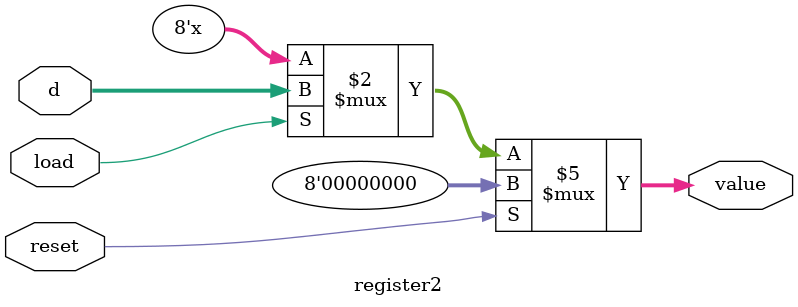
<source format=v>
module register2 (load, d, value,reset);
input load;
input [7:0] d;
input reset;
output reg [7:0] value;

always @ (d or load or reset)
begin
if(reset)
value <= 8'b00000000;
else
if(load) value <= d;
end

endmodule

</source>
